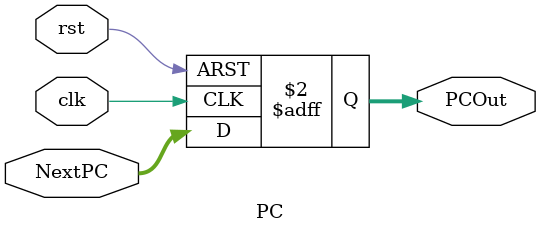
<source format=v>
`timescale 1ns / 1ps


module PC (
    input             clk,      // 클럭 신호
    input             rst,      // 리셋 신호 (0에서 시작하도록)
    input      [31:0] NextPC,   // 다음 PC 값 
    output reg [31:0] PCOut     // 현재 PC 값
);

    always @(posedge clk or posedge rst) begin
        // 리셋 신호(rst)가 1이면, PC를 0으로 강제 초기화
        if (rst) begin
            PCOut <= 32'h00000000;
        end
        // 리셋이 아니면, NextPC 입력 값을 받아서 PCOut을 업데이트
        else begin
            PCOut <= NextPC;
        end
    end

endmodule

</source>
